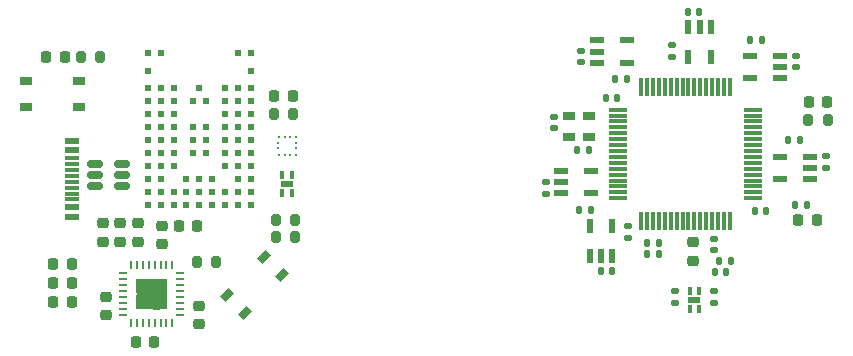
<source format=gtp>
G04 #@! TF.GenerationSoftware,KiCad,Pcbnew,8.0.6*
G04 #@! TF.CreationDate,2025-07-21T23:51:58+02:00*
G04 #@! TF.ProjectId,nRF5340,6e524635-3334-4302-9e6b-696361645f70,rev?*
G04 #@! TF.SameCoordinates,Original*
G04 #@! TF.FileFunction,Paste,Top*
G04 #@! TF.FilePolarity,Positive*
%FSLAX46Y46*%
G04 Gerber Fmt 4.6, Leading zero omitted, Abs format (unit mm)*
G04 Created by KiCad (PCBNEW 8.0.6) date 2025-07-21 23:51:58*
%MOMM*%
%LPD*%
G01*
G04 APERTURE LIST*
G04 Aperture macros list*
%AMRoundRect*
0 Rectangle with rounded corners*
0 $1 Rounding radius*
0 $2 $3 $4 $5 $6 $7 $8 $9 X,Y pos of 4 corners*
0 Add a 4 corners polygon primitive as box body*
4,1,4,$2,$3,$4,$5,$6,$7,$8,$9,$2,$3,0*
0 Add four circle primitives for the rounded corners*
1,1,$1+$1,$2,$3*
1,1,$1+$1,$4,$5*
1,1,$1+$1,$6,$7*
1,1,$1+$1,$8,$9*
0 Add four rect primitives between the rounded corners*
20,1,$1+$1,$2,$3,$4,$5,0*
20,1,$1+$1,$4,$5,$6,$7,0*
20,1,$1+$1,$6,$7,$8,$9,0*
20,1,$1+$1,$8,$9,$2,$3,0*%
%AMRotRect*
0 Rectangle, with rotation*
0 The origin of the aperture is its center*
0 $1 length*
0 $2 width*
0 $3 Rotation angle, in degrees counterclockwise*
0 Add horizontal line*
21,1,$1,$2,0,0,$3*%
G04 Aperture macros list end*
%ADD10C,0.000000*%
%ADD11RoundRect,0.140000X-0.170000X0.140000X-0.170000X-0.140000X0.170000X-0.140000X0.170000X0.140000X0*%
%ADD12R,1.250000X0.500000*%
%ADD13RoundRect,0.200000X0.200000X0.275000X-0.200000X0.275000X-0.200000X-0.275000X0.200000X-0.275000X0*%
%ADD14RoundRect,0.140000X0.140000X0.170000X-0.140000X0.170000X-0.140000X-0.170000X0.140000X-0.170000X0*%
%ADD15RoundRect,0.218750X-0.218750X-0.256250X0.218750X-0.256250X0.218750X0.256250X-0.218750X0.256250X0*%
%ADD16RoundRect,0.135000X0.135000X0.185000X-0.135000X0.185000X-0.135000X-0.185000X0.135000X-0.185000X0*%
%ADD17RoundRect,0.135000X-0.185000X0.135000X-0.185000X-0.135000X0.185000X-0.135000X0.185000X0.135000X0*%
%ADD18RoundRect,0.140000X-0.140000X-0.170000X0.140000X-0.170000X0.140000X0.170000X-0.140000X0.170000X0*%
%ADD19R,0.500000X1.250000*%
%ADD20RoundRect,0.135000X-0.135000X-0.185000X0.135000X-0.185000X0.135000X0.185000X-0.135000X0.185000X0*%
%ADD21RoundRect,0.135000X0.185000X-0.135000X0.185000X0.135000X-0.185000X0.135000X-0.185000X-0.135000X0*%
%ADD22RoundRect,0.218750X0.256250X-0.218750X0.256250X0.218750X-0.256250X0.218750X-0.256250X-0.218750X0*%
%ADD23RoundRect,0.140000X0.170000X-0.140000X0.170000X0.140000X-0.170000X0.140000X-0.170000X-0.140000X0*%
%ADD24RoundRect,0.075000X-0.700000X-0.075000X0.700000X-0.075000X0.700000X0.075000X-0.700000X0.075000X0*%
%ADD25RoundRect,0.075000X-0.075000X-0.700000X0.075000X-0.700000X0.075000X0.700000X-0.075000X0.700000X0*%
%ADD26R,0.990600X0.736600*%
%ADD27R,0.304800X0.711200*%
%ADD28R,1.092200X0.508000*%
%ADD29RoundRect,0.200000X-0.200000X-0.275000X0.200000X-0.275000X0.200000X0.275000X-0.200000X0.275000X0*%
%ADD30R,0.254000X0.279400*%
%ADD31R,0.279400X0.254000*%
%ADD32RoundRect,0.225000X0.250000X-0.225000X0.250000X0.225000X-0.250000X0.225000X-0.250000X-0.225000X0*%
%ADD33RoundRect,0.225000X-0.225000X-0.250000X0.225000X-0.250000X0.225000X0.250000X-0.225000X0.250000X0*%
%ADD34RoundRect,0.218750X0.218750X0.256250X-0.218750X0.256250X-0.218750X-0.256250X0.218750X-0.256250X0*%
%ADD35R,0.990600X0.711200*%
%ADD36R,0.600000X0.600000*%
%ADD37RoundRect,0.150000X-0.512500X-0.150000X0.512500X-0.150000X0.512500X0.150000X-0.512500X0.150000X0*%
%ADD38RoundRect,0.225000X-0.250000X0.225000X-0.250000X-0.225000X0.250000X-0.225000X0.250000X0.225000X0*%
%ADD39RotRect,0.990600X0.711200X225.000000*%
%ADD40R,0.254000X0.762000*%
%ADD41R,0.762000X0.254000*%
%ADD42R,2.606800X2.606800*%
%ADD43R,1.150000X0.600000*%
%ADD44R,1.150000X0.300000*%
%ADD45RoundRect,0.225000X0.225000X0.250000X-0.225000X0.250000X-0.225000X-0.250000X0.225000X-0.250000X0*%
G04 APERTURE END LIST*
D10*
G36*
X149790000Y-134874301D02*
G01*
X148596600Y-134877701D01*
X148590000Y-133684301D01*
X149800000Y-133674299D01*
X149790000Y-134874301D01*
G37*
G36*
X149800002Y-133474301D02*
G01*
X148600000Y-133474301D01*
X148596600Y-132270901D01*
X149800000Y-132270901D01*
X149800002Y-133474301D01*
G37*
G36*
X151203400Y-132270901D02*
G01*
X151200000Y-133474300D01*
X150000000Y-133474303D01*
X150000000Y-132264301D01*
X151203400Y-132270901D01*
G37*
G36*
X151200000Y-133684301D02*
G01*
X151203400Y-134877701D01*
X150000001Y-134884301D01*
X149999998Y-133674301D01*
X151200000Y-133684301D01*
G37*
D11*
X183260000Y-124115000D03*
X183260000Y-125075000D03*
D12*
X187625000Y-112102500D03*
X187625000Y-113052500D03*
X187625000Y-114002500D03*
X190125000Y-114002500D03*
X190125000Y-112102500D03*
D13*
X207140000Y-118835000D03*
X205490000Y-118835000D03*
D14*
X192830000Y-130155000D03*
X191870000Y-130155000D03*
D11*
X186285000Y-113002500D03*
X186285000Y-113962500D03*
D15*
X205527499Y-117315000D03*
X207102501Y-117315000D03*
D14*
X196280000Y-109655000D03*
X195320000Y-109655000D03*
D16*
X205392499Y-126035001D03*
X204372499Y-126034999D03*
X201570000Y-112025001D03*
X200550000Y-112024999D03*
D17*
X197479952Y-133304301D03*
X197479950Y-134324301D03*
D18*
X200980000Y-126535000D03*
X201940000Y-126535000D03*
D14*
X186906399Y-121410000D03*
X185946399Y-121410000D03*
D19*
X187010002Y-130324998D03*
X187960000Y-130325000D03*
X188910002Y-130325002D03*
X188909998Y-127825002D03*
X187009998Y-127824998D03*
D20*
X189105000Y-115392500D03*
X190125000Y-115392500D03*
D15*
X204624998Y-127305000D03*
X206200000Y-127305000D03*
D12*
X205639998Y-123864998D03*
X205640000Y-122915000D03*
X205640001Y-121964999D03*
X203140002Y-121965002D03*
X203139999Y-123865001D03*
D20*
X186100000Y-126445000D03*
X187120000Y-126445000D03*
D17*
X194219952Y-133304301D03*
X194219950Y-134324301D03*
D21*
X190239999Y-128855000D03*
X190240001Y-127835000D03*
D11*
X197500000Y-128875000D03*
X197500000Y-129835000D03*
D18*
X197970000Y-130755000D03*
X198930000Y-130755000D03*
D22*
X195700000Y-130752501D03*
X195700000Y-129177499D03*
D14*
X189290000Y-116985000D03*
X188330000Y-116985000D03*
D23*
X204420000Y-114345000D03*
X204420000Y-113385000D03*
D18*
X197560000Y-131705000D03*
X198520000Y-131705000D03*
D12*
X203069998Y-115284998D03*
X203070000Y-114335000D03*
X203070001Y-113384999D03*
X200570002Y-113385002D03*
X200569999Y-115285001D03*
X184600000Y-123125000D03*
X184600000Y-124075000D03*
X184600000Y-125025000D03*
X187100000Y-125025000D03*
X187100000Y-123125000D03*
D16*
X204770000Y-120545001D03*
X203750000Y-120544999D03*
D23*
X206980000Y-122864998D03*
X206980000Y-121904998D03*
D17*
X193980000Y-112465000D03*
X193980000Y-113485000D03*
D14*
X192820000Y-129235000D03*
X191860000Y-129235000D03*
D19*
X197239996Y-111005004D03*
X196289998Y-111005002D03*
X195339996Y-111005001D03*
X195340000Y-113505000D03*
X197240000Y-113505003D03*
D18*
X187940000Y-131665000D03*
X188900000Y-131665000D03*
D24*
X189425000Y-117965000D03*
X189425000Y-118465000D03*
X189425000Y-118965000D03*
X189425000Y-119465000D03*
X189425000Y-119965000D03*
X189425000Y-120465000D03*
X189425000Y-120965000D03*
X189425000Y-121465000D03*
X189425000Y-121965000D03*
X189425000Y-122465000D03*
X189425000Y-122965000D03*
X189425000Y-123465000D03*
X189425000Y-123965000D03*
X189425000Y-124465000D03*
X189425000Y-124965000D03*
X189425000Y-125465000D03*
D25*
X191350000Y-127390000D03*
X191850000Y-127390000D03*
X192350000Y-127390000D03*
X192850000Y-127390000D03*
X193350000Y-127390000D03*
X193850000Y-127390000D03*
X194350000Y-127390000D03*
X194850000Y-127390000D03*
X195350000Y-127390000D03*
X195850000Y-127390000D03*
X196350000Y-127390000D03*
X196850000Y-127390000D03*
X197350000Y-127390000D03*
X197850000Y-127390000D03*
X198350000Y-127390000D03*
X198850000Y-127390000D03*
D24*
X200775000Y-125465000D03*
X200775000Y-124965000D03*
X200775000Y-124465000D03*
X200775000Y-123965000D03*
X200775000Y-123465000D03*
X200775000Y-122965000D03*
X200775000Y-122465000D03*
X200775000Y-121965000D03*
X200775000Y-121465000D03*
X200775000Y-120965000D03*
X200775000Y-120465000D03*
X200775000Y-119965000D03*
X200775000Y-119465000D03*
X200775000Y-118965000D03*
X200775000Y-118465000D03*
X200775000Y-117965000D03*
D25*
X198850000Y-116040000D03*
X198350000Y-116040000D03*
X197850000Y-116040000D03*
X197350000Y-116040000D03*
X196850000Y-116040000D03*
X196350000Y-116040000D03*
X195850000Y-116040000D03*
X195350000Y-116040000D03*
X194850000Y-116040000D03*
X194350000Y-116040000D03*
X193850000Y-116040000D03*
X193350000Y-116040000D03*
X192850000Y-116040000D03*
X192350000Y-116040000D03*
X191850000Y-116040000D03*
X191350000Y-116040000D03*
D26*
X185212798Y-118535000D03*
X185212799Y-120265000D03*
X186940000Y-120265000D03*
X186939999Y-118535000D03*
D27*
X196260049Y-133305699D03*
X195459949Y-133305697D03*
X195459951Y-134804301D03*
X196260051Y-134804303D03*
D28*
X195860000Y-134055000D03*
D11*
X183996399Y-118580000D03*
X183996399Y-119540000D03*
D29*
X160425000Y-128725000D03*
X162075000Y-128725000D03*
D30*
X160649999Y-121762000D03*
X161150001Y-121762000D03*
X161650000Y-121762001D03*
X162150000Y-121762000D03*
D31*
X162162000Y-121249999D03*
X162162001Y-120750000D03*
D30*
X162150001Y-120238000D03*
X161649999Y-120238000D03*
X161150000Y-120237999D03*
X160650000Y-120238000D03*
D31*
X160638000Y-120750001D03*
X160637999Y-121250000D03*
D32*
X146000000Y-135375001D03*
X146000000Y-133824999D03*
D33*
X152224999Y-127825000D03*
X153775001Y-127825000D03*
D34*
X143162502Y-131000001D03*
X141587498Y-130999999D03*
D35*
X143775001Y-117724999D03*
X139274998Y-117724999D03*
X143775002Y-115575001D03*
X139274999Y-115575001D03*
D13*
X145550000Y-113525000D03*
X143900000Y-113525000D03*
D32*
X148725000Y-129150000D03*
X148725000Y-127600000D03*
D36*
X158349999Y-126049999D03*
X157250001Y-126050000D03*
X156150000Y-126049999D03*
X155050000Y-126050000D03*
X153949999Y-126050001D03*
X152850000Y-126050000D03*
X151749999Y-126050001D03*
X150650000Y-126050001D03*
X149549999Y-126050000D03*
X158350000Y-124950000D03*
X157250000Y-124950001D03*
X156150000Y-124950000D03*
X155050000Y-124950001D03*
X153950000Y-124950000D03*
X152849999Y-124950001D03*
X151750000Y-124950000D03*
X150650000Y-124949999D03*
X149550000Y-124950000D03*
X158349999Y-123850000D03*
X157250002Y-123850000D03*
X155050000Y-123850000D03*
X153949999Y-123850001D03*
X152850000Y-123850000D03*
X150650000Y-123850002D03*
X149549999Y-123850000D03*
X158350000Y-122750000D03*
X157250000Y-122750000D03*
X156150000Y-122750000D03*
X151750000Y-122750000D03*
X150650001Y-122750000D03*
X149550000Y-122750000D03*
X158350001Y-121650001D03*
X157250000Y-121650000D03*
X156150000Y-121650001D03*
X154500000Y-121650000D03*
X153400000Y-121650000D03*
X151750000Y-121650000D03*
X150650000Y-121650000D03*
X149549999Y-121650000D03*
X158350000Y-120550000D03*
X157250001Y-120550001D03*
X156150000Y-120550000D03*
X154499999Y-120550001D03*
X153400001Y-120549999D03*
X151750000Y-120550000D03*
X150649999Y-120549999D03*
X149550000Y-120550000D03*
X158350001Y-119450000D03*
X157250000Y-119450000D03*
X156150000Y-119450000D03*
X154500000Y-119450000D03*
X153400000Y-119450000D03*
X151750000Y-119449999D03*
X150650000Y-119450000D03*
X149549999Y-119449999D03*
X158350000Y-118350000D03*
X157249999Y-118350000D03*
X156150000Y-118350000D03*
X151750000Y-118350000D03*
X150650000Y-118350000D03*
X149550000Y-118350000D03*
X158350001Y-117250000D03*
X157250000Y-117249998D03*
X156150000Y-117250000D03*
X154500000Y-117250000D03*
X153400000Y-117250000D03*
X151750000Y-117250001D03*
X150649998Y-117250000D03*
X149550001Y-117250000D03*
X158350000Y-116150000D03*
X157250000Y-116150001D03*
X156150000Y-116150000D03*
X153950000Y-116150000D03*
X151750000Y-116150000D03*
X150650000Y-116149999D03*
X149550000Y-116150000D03*
X158350000Y-114650000D03*
X149549999Y-114650000D03*
X158350000Y-113150000D03*
X157250000Y-113150000D03*
X150650000Y-113150000D03*
X149550000Y-113150000D03*
D32*
X147250000Y-129150000D03*
X147250000Y-127600000D03*
D37*
X145137500Y-122525000D03*
X145137500Y-123475000D03*
X145137500Y-124425000D03*
X147412500Y-124425000D03*
X147412500Y-123475000D03*
X147412500Y-122525000D03*
D13*
X161875000Y-118350000D03*
X160225000Y-118350000D03*
D38*
X153925000Y-134575000D03*
X153925000Y-136125000D03*
D34*
X150137502Y-137625001D03*
X148562498Y-137624999D03*
D39*
X160974540Y-131969148D03*
X157792557Y-135151131D03*
X159454261Y-130448869D03*
X156272278Y-133630852D03*
D34*
X143137503Y-134288201D03*
X141562499Y-134288199D03*
D32*
X150750000Y-129325000D03*
X150750000Y-127775000D03*
D40*
X148150001Y-136000001D03*
X148650000Y-136000002D03*
X149149999Y-136000000D03*
X149650000Y-136000002D03*
X150150001Y-136000001D03*
X150650001Y-136000001D03*
X151150000Y-136000000D03*
X151649999Y-136000001D03*
D41*
X152325700Y-135324300D03*
X152325701Y-134824301D03*
X152325699Y-134324302D03*
X152325701Y-133824301D03*
X152325700Y-133324300D03*
X152325700Y-132824300D03*
X152325699Y-132324301D03*
X152325700Y-131824302D03*
D40*
X151649999Y-131148601D03*
X151150000Y-131148600D03*
X150650001Y-131148602D03*
X150150000Y-131148600D03*
X149649999Y-131148601D03*
X149149999Y-131148601D03*
X148650000Y-131148602D03*
X148150001Y-131148601D03*
D41*
X147474300Y-131824302D03*
X147474299Y-132324301D03*
X147474301Y-132824300D03*
X147474299Y-133324301D03*
X147474300Y-133824302D03*
X147474300Y-134324302D03*
X147474301Y-134824301D03*
X147474300Y-135324300D03*
D42*
X149900000Y-133574301D03*
D32*
X145750000Y-129150000D03*
X145750000Y-127600000D03*
D34*
X143137502Y-132625001D03*
X141562498Y-132624999D03*
D43*
X143187498Y-120615746D03*
X143187498Y-121415750D03*
D44*
X143187497Y-122565751D03*
X143187502Y-123565747D03*
X143187501Y-124065745D03*
X143187500Y-125065751D03*
D43*
X143187498Y-126215750D03*
X143187501Y-127015753D03*
D44*
X143187498Y-125565750D03*
X143187496Y-124565752D03*
X143187497Y-123065750D03*
X143187498Y-122065750D03*
D27*
X161775000Y-123499999D03*
X160974900Y-123499997D03*
X160974902Y-124998601D03*
X161775002Y-124998603D03*
D28*
X161374951Y-124249300D03*
D15*
X160262499Y-116825000D03*
X161837501Y-116825000D03*
D29*
X153725000Y-130900000D03*
X155375000Y-130900000D03*
X160425000Y-127275000D03*
X162075000Y-127275000D03*
D45*
X142525000Y-113525000D03*
X140975000Y-113525000D03*
M02*

</source>
